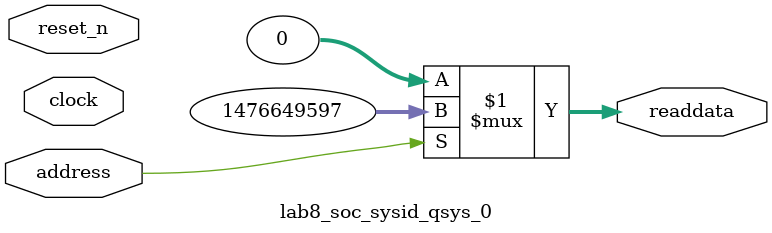
<source format=v>

`timescale 1ns / 1ps
// synthesis translate_on

// turn off superfluous verilog processor warnings 
// altera message_level Level1 
// altera message_off 10034 10035 10036 10037 10230 10240 10030 

module lab8_soc_sysid_qsys_0 (
               // inputs:
                address,
                clock,
                reset_n,

               // outputs:
                readdata
             )
;

  output  [ 31: 0] readdata;
  input            address;
  input            clock;
  input            reset_n;

  wire    [ 31: 0] readdata;
  //control_slave, which is an e_avalon_slave
  assign readdata = address ? 1476649597 : 0;

endmodule




</source>
